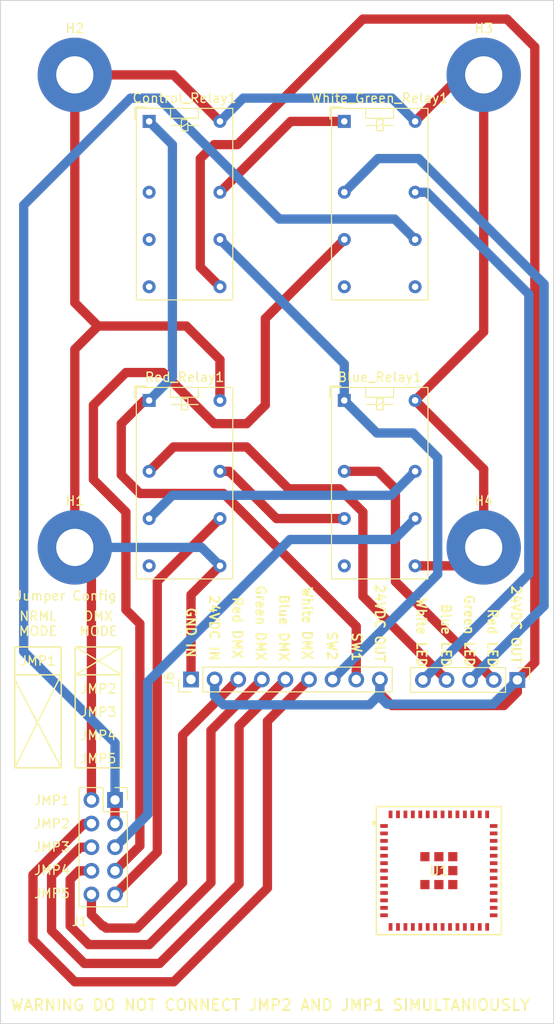
<source format=kicad_pcb>
(kicad_pcb (version 20221018) (generator pcbnew)
  (layers (0 "F.Cu" signal) (31 "B.Cu" signal) (34 "B.Paste" user) (35 "F.Paste" user) (36 "B.SilkS" user "B.Silkscreen") (37 "F.SilkS" user "F.Silkscreen") (38 "B.Mask" user) (39 "F.Mask" user) (44 "Edge.Cuts" user))
  (net 0 "")
  (net 2 "RedLED")
  (net 3 "RedDMX")
  (net 4 "RedSwitch")
  (net 5 "WhiteLED")
  (net 6 "WhiteDMX")
  (net 7 "BlueLED")
  (net 8 "BlueDMX")
  (net 9 "BlueSwitch")
  (net 10 "+24V")
  (net 11 "GreenDMX")
  (net 12 "GreenLED")
  (net 15 "BlueSource")
  (net 16 "Net-(Blue_Relay1-Pad13)")
  (net 20 "Net-(Control_Relay1-Pad13)")
  (net 22 "RedSource")
  (net 23 "GreenSource")
  (net 26 "WhiteSource")
  (net 62 "Net-(U1-GND-Pad38)")
  (footprint "MountingHole:MountingHole_4mm_Pad" (layer "F.Cu") (at 98 48)
    (fp_text reference "H2" (at 0 -5) (layer "F.SilkS"))
    (fp_text value "MountingHole_Pad")
    (pad "1" thru_hole circle (at 0 0) (size 8 8) (drill 4) (layers "*.Cu" "*.Mask") (net 7 "BlueLED"))
  )
  (footprint "Relay_THT:Relay_DPDT_Omron_G5V-2" (layer "F.Cu") (at 127 53)
    (fp_text reference "White_Green_Relay1" (at 3.81 -2.5) (layer "F.SilkS"))
    (fp_text value "G5V-2")
    (fp_line (start -1.54 -1.55) (end -0.33 -1.55) (stroke (width 0.12)) (layer "F.SilkS"))
    (fp_line (start -1.54 -0.25) (end -1.54 -1.55) (stroke (width 0.12)) (layer "F.SilkS"))
    (fp_line (start -1.38 -1.4) (end -1.38 19.19) (stroke (width 0.12)) (layer "F.SilkS"))
    (fp_line (start -1.38 19.19) (end 9 19.19) (stroke (width 0.12)) (layer "F.SilkS"))
    (fp_line (start 2.3 -1.4) (end 2.3 -0.36) (stroke (width 0.12)) (layer "F.SilkS"))
    (fp_line (start 2.3 -0.34) (end 5.3 -0.34) (stroke (width 0.12)) (layer "F.SilkS"))
    (fp_line (start 3.47 -0.19) (end 3.47 1.01) (stroke (width 0.12)) (layer "F.SilkS"))
    (fp_line (start 3.47 0.44) (end 2.37 0.44) (stroke (width 0.12)) (layer "F.SilkS"))
    (fp_line (start 3.47 0.61) (end 4.17 0.21) (stroke (width 0.12)) (layer "F.SilkS"))
    (fp_line (start 3.47 1.01) (end 4.17 1.01) (stroke (width 0.12)) (layer "F.SilkS"))
    (fp_line (start 4.17 -0.19) (end 3.47 -0.19) (stroke (width 0.12)) (layer "F.SilkS"))
    (fp_line (start 4.17 0.44) (end 5.27 0.44) (stroke (width 0.12)) (layer "F.SilkS"))
    (fp_line (start 4.17 1.01) (end 4.17 -0.19) (stroke (width 0.12)) (layer "F.SilkS"))
    (fp_line (start 5.3 -0.34) (end 5.3 -1.4) (stroke (width 0.12)) (layer "F.SilkS"))
    (fp_line (start 9 -1.4) (end -1.38 -1.4) (stroke (width 0.12)) (layer "F.SilkS"))
    (fp_line (start 9 19.19) (end 9 -1.4) (stroke (width 0.12)) (layer "F.SilkS"))
    (pad "1" thru_hole rect (at 0 0) (size 1.4 1.4) (drill 0.7) (layers "*.Cu" "*.Mask") (net 20 "Net-(Control_Relay1-Pad13)"))
    (pad "4" thru_hole circle (at 0 7.62) (size 1.4 1.4) (drill 0.7) (layers "*.Cu" "*.Mask") (net 12 "GreenLED"))
    (pad "6" thru_hole circle (at 0 12.7) (size 1.4 1.4) (drill 0.7) (layers "*.Cu" "*.Mask") (net 23 "GreenSource"))
    (pad "8" thru_hole circle (at 0 17.78) (size 1.4 1.4) (drill 0.7) (layers "*.Cu" "*.Mask"))
    (pad "9" thru_hole circle (at 7.62 17.78) (size 1.4 1.4) (drill 0.7) (layers "*.Cu" "*.Mask"))
    (pad "11" thru_hole circle (at 7.62 12.7) (size 1.4 1.4) (drill 0.7) (layers "*.Cu" "*.Mask") (net 26 "WhiteSource"))
    (pad "13" thru_hole circle (at 7.62 7.62) (size 1.4 1.4) (drill 0.7) (layers "*.Cu" "*.Mask") (net 5 "WhiteLED"))
    (pad "16" thru_hole circle (at 7.62 0) (size 1.4 1.4) (drill 0.7) (layers "*.Cu" "*.Mask") (net 7 "BlueLED"))
  )
  (footprint "MountingHole:MountingHole_4mm_Pad" (layer "F.Cu") (at 98 98.8)
    (fp_text reference "H1" (at 0 -5) (layer "F.SilkS"))
    (fp_text value "MountingHole_Pad")
    (pad "1" thru_hole circle (at 0 0) (size 8 8) (drill 4) (layers "*.Cu" "*.Mask") (net 7 "BlueLED"))
  )
  (footprint "MountingHole:MountingHole_4mm_Pad" (layer "F.Cu") (at 142 98.8)
    (fp_text reference "H4" (at 0 -5) (layer "F.SilkS"))
    (fp_text value "MountingHole_Pad")
    (pad "1" thru_hole circle (at 0 0) (size 8 8) (drill 4) (layers "*.Cu" "*.Mask") (net 7 "BlueLED"))
  )
  (footprint "Connector_PinSocket_2.54mm:PinSocket_2x05_P2.54mm_Vertical" (layer "F.Cu") (at 102.3277 125.95)
    (fp_text reference "J1" (at -3.79 13.05) (layer "F.SilkS"))
    (fp_text value "Jumpers")
    (fp_line (start -3.87 -1.33) (end -3.87 11.49) (stroke (width 0.12)) (layer "F.SilkS"))
    (fp_line (start -3.87 -1.33) (end -1.27 -1.33) (stroke (width 0.12)) (layer "F.SilkS"))
    (fp_line (start -3.87 11.49) (end 1.33 11.49) (stroke (width 0.12)) (layer "F.SilkS"))
    (fp_line (start -1.27 -1.33) (end -1.27 1.27) (stroke (width 0.12)) (layer "F.SilkS"))
    (fp_line (start -1.27 1.27) (end 1.33 1.27) (stroke (width 0.12)) (layer "F.SilkS"))
    (fp_line (start 0 -1.33) (end 1.33 -1.33) (stroke (width 0.12)) (layer "F.SilkS"))
    (fp_line (start 1.33 -1.33) (end 1.33 0) (stroke (width 0.12)) (layer "F.SilkS"))
    (fp_line (start 1.33 1.27) (end 1.33 11.49) (stroke (width 0.12)) (layer "F.SilkS"))
    (pad "1a" thru_hole oval (at -2.54 0) (size 1.7 1.7) (drill 1) (layers "*.Cu" "*.Mask") (net 7 "BlueLED"))
    (pad "1b" thru_hole rect (at 0 0) (size 1.7 1.7) (drill 1) (layers "*.Cu" "*.Mask") (net 26 "WhiteSource"))
    (pad "2a" thru_hole oval (at -2.54 2.54) (size 1.7 1.7) (drill 1) (layers "*.Cu" "*.Mask") (net 6 "WhiteDMX"))
    (pad "2b" thru_hole oval (at 0 2.54) (size 1.7 1.7) (drill 1) (layers "*.Cu" "*.Mask") (net 26 "WhiteSource"))
    (pad "3a" thru_hole oval (at -2.54 5.08) (size 1.7 1.7) (drill 1) (layers "*.Cu" "*.Mask") (net 8 "BlueDMX"))
    (pad "3b" thru_hole oval (at 0 5.08) (size 1.7 1.7) (drill 1) (layers "*.Cu" "*.Mask") (net 15 "BlueSource"))
    (pad "4a" thru_hole oval (at -2.54 7.62) (size 1.7 1.7) (drill 1) (layers "*.Cu" "*.Mask") (net 11 "GreenDMX"))
    (pad "4b" thru_hole oval (at 0 7.62) (size 1.7 1.7) (drill 1) (layers "*.Cu" "*.Mask") (net 23 "GreenSource"))
    (pad "5a" thru_hole oval (at -2.54 10.16) (size 1.7 1.7) (drill 1) (layers "*.Cu" "*.Mask") (net 3 "RedDMX"))
    (pad "5b" thru_hole oval (at 0 10.16) (size 1.7 1.7) (drill 1) (layers "*.Cu" "*.Mask") (net 22 "RedSource"))
  )
  (footprint "Connector_PinHeader_2.54mm:PinHeader_1x05_P2.54mm_Vertical" (layer "F.Cu") (at 145.62 113.05 -90)
    (fp_text reference "J7" hide)
    (fp_text value "LEDOUTPUTS")
    (fp_line (start -1.33 -1.33) (end 0 -1.33) (stroke (width 0.12)) (layer "F.SilkS"))
    (fp_line (start -1.33 0) (end -1.33 -1.33) (stroke (width 0.12)) (layer "F.SilkS"))
    (fp_line (start -1.33 1.27) (end -1.33 11.49) (stroke (width 0.12)) (layer "F.SilkS"))
    (fp_line (start -1.33 1.27) (end 1.33 1.27) (stroke (width 0.12)) (layer "F.SilkS"))
    (fp_line (start -1.33 11.49) (end 1.33 11.49) (stroke (width 0.12)) (layer "F.SilkS"))
    (fp_line (start 1.33 1.27) (end 1.33 11.49) (stroke (width 0.12)) (layer "F.SilkS"))
    (pad "1" thru_hole rect (at 0 0 270) (size 1.7 1.7) (drill 1) (layers "*.Cu" "*.Mask") (net 10 "+24V"))
    (pad "2" thru_hole oval (at 0 2.54 270) (size 1.7 1.7) (drill 1) (layers "*.Cu" "*.Mask") (net 2 "RedLED"))
    (pad "3" thru_hole oval (at 0 5.08 270) (size 1.7 1.7) (drill 1) (layers "*.Cu" "*.Mask") (net 12 "GreenLED"))
    (pad "4" thru_hole oval (at 0 7.62 270) (size 1.7 1.7) (drill 1) (layers "*.Cu" "*.Mask") (net 7 "BlueLED"))
    (pad "5" thru_hole oval (at 0 10.16 270) (size 1.7 1.7) (drill 1) (layers "*.Cu" "*.Mask") (net 5 "WhiteLED"))
  )
  (footprint "footprints:ESP32-MINI-1U_EXP" (layer "F.Cu") (at 137.174998 133.550001)
    (fp_text reference "U1" (at 0 0 unlocked) (layer "F.SilkS"))
    (fp_text value "ESP32-MINI-1U-H4")
    (fp_text user "*" (at -6.9414 -4.8 unlocked) (layer "F.SilkS"))
    (fp_text user "*" (at -6.9414 -4.8) (layer "F.SilkS"))
    (fp_line (start -6.731 -6.8834) (end -6.731 6.8834) (stroke (width 0.1524)) (layer "F.SilkS"))
    (fp_line (start -6.731 6.8834) (end 6.731 6.8834) (stroke (width 0.1524)) (layer "F.SilkS"))
    (fp_line (start 6.731 -6.8834) (end -6.731 -6.8834) (stroke (width 0.1524)) (layer "F.SilkS"))
    (fp_line (start 6.731 6.8834) (end 6.731 -6.8834) (stroke (width 0.1524)) (layer "F.SilkS"))
    (pad "1" smd rect (at -5.899998 -4.800001) (size 0.8128 0.4064) (layers "F.Cu" "F.Paste" "F.Mask"))
    (pad "2" smd rect (at -5.899998 -4) (size 0.8128 0.4064) (layers "F.Cu" "F.Paste" "F.Mask"))
    (pad "3" smd rect (at -5.899998 -3.199999) (size 0.8128 0.4064) (layers "F.Cu" "F.Paste" "F.Mask"))
    (pad "4" smd rect (at -5.899998 -2.4) (size 0.8128 0.4064) (layers "F.Cu" "F.Paste" "F.Mask"))
    (pad "5" smd rect (at -5.899998 -1.599999) (size 0.8128 0.4064) (layers "F.Cu" "F.Paste" "F.Mask"))
    (pad "6" smd rect (at -5.899998 -0.800001) (size 0.8128 0.4064) (layers "F.Cu" "F.Paste" "F.Mask"))
    (pad "7" smd rect (at -5.899998 0) (size 0.8128 0.4064) (layers "F.Cu" "F.Paste" "F.Mask"))
    (pad "8" smd rect (at -5.899998 0.800001) (size 0.8128 0.4064) (layers "F.Cu" "F.Paste" "F.Mask"))
    (pad "9" smd rect (at -5.899998 1.599999) (size 0.8128 0.4064) (layers "F.Cu" "F.Paste" "F.Mask"))
    (pad "10" smd rect (at -5.899998 2.4) (size 0.8128 0.4064) (layers "F.Cu" "F.Paste" "F.Mask"))
    (pad "11" smd rect (at -5.899998 3.199999) (size 0.8128 0.4064) (layers "F.Cu" "F.Paste" "F.Mask"))
    (pad "12" smd rect (at -5.899998 4) (size 0.8128 0.4064) (layers "F.Cu" "F.Paste" "F.Mask"))
    (pad "13" smd rect (at -5.899998 4.800001) (size 0.8128 0.4064) (layers "F.Cu" "F.Paste" "F.Mask"))
    (pad "14" smd rect (at -5.2 6.050001 90) (size 0.8128 0.4064) (layers "F.Cu" "F.Paste" "F.Mask"))
    (pad "15" smd rect (at -4.399999 6.050001 90) (size 0.8128 0.4064) (layers "F.Cu" "F.Paste" "F.Mask"))
    (pad "16" smd rect (at -3.6 6.050001 90) (size 0.8128 0.4064) (layers "F.Cu" "F.Paste" "F.Mask"))
    (pad "17" smd rect (at -2.799999 6.050001 90) (size 0.8128 0.4064) (layers "F.Cu" "F.Paste" "F.Mask"))
    (pad "18" smd rect (at -2.000001 6.050001 90) (size 0.8128 0.4064) (layers "F.Cu" "F.Paste" "F.Mask"))
    (pad "19" smd rect (at -1.2 6.050001 90) (size 0.8128 0.4064) (layers "F.Cu" "F.Paste" "F.Mask"))
    (pad "20" smd rect (at -0.399999 6.050001 90) (size 0.8128 0.4064) (layers "F.Cu" "F.Paste" "F.Mask"))
    (pad "21" smd rect (at 0.399999 6.050001 90) (size 0.8128 0.4064) (layers "F.Cu" "F.Paste" "F.Mask"))
    (pad "22" smd rect (at 1.2 6.050001 90) (size 0.8128 0.4064) (layers "F.Cu" "F.Paste" "F.Mask"))
    (pad "23" smd rect (at 1.999999 6.050001 90) (size 0.8128 0.4064) (layers "F.Cu" "F.Paste" "F.Mask"))
    (pad "24" smd rect (at 2.799999 6.050001 90) (size 0.8128 0.4064) (layers "F.Cu" "F.Paste" "F.Mask"))
    (pad "25" smd rect (at 3.6 6.050001 90) (size 0.8128 0.4064) (layers "F.Cu" "F.Paste" "F.Mask"))
    (pad "26" smd rect (at 4.399999 6.050001 90) (size 0.8128 0.4064) (layers "F.Cu" "F.Paste" "F.Mask"))
    (pad "27" smd rect (at 5.2 6.050001 90) (size 0.8128 0.4064) (layers "F.Cu" "F.Paste" "F.Mask"))
    (pad "28" smd rect (at 5.899998 4.800001) (size 0.8128 0.4064) (layers "F.Cu" "F.Paste" "F.Mask"))
    (pad "29" smd rect (at 5.899998 4) (size 0.8128 0.4064) (layers "F.Cu" "F.Paste" "F.Mask"))
    (pad "30" smd rect (at 5.899998 3.199999) (size 0.8128 0.4064) (layers "F.Cu" "F.Paste" "F.Mask"))
    (pad "31" smd rect (at 5.899998 2.4) (size 0.8128 0.4064) (layers "F.Cu" "F.Paste" "F.Mask"))
    (pad "32" smd rect (at 5.899998 1.599999) (size 0.8128 0.4064) (layers "F.Cu" "F.Paste" "F.Mask"))
    (pad "33" smd rect (at 5.899998 0.800001) (size 0.8128 0.4064) (layers "F.Cu" "F.Paste" "F.Mask"))
    (pad "34" smd rect (at 5.899998 0) (size 0.8128 0.4064) (layers "F.Cu" "F.Paste" "F.Mask"))
    (pad "35" smd rect (at 5.899998 -0.800001) (size 0.8128 0.4064) (layers "F.Cu" "F.Paste" "F.Mask"))
    (pad "36" smd rect (at 5.899998 -1.599999) (size 0.8128 0.4064) (layers "F.Cu" "F.Paste" "F.Mask"))
    (pad "37" smd rect (at 5.899998 -2.4) (size 0.8128 0.4064) (layers "F.Cu" "F.Paste" "F.Mask"))
    (pad "38" smd rect (at 5.899998 -3.199999) (size 0.8128 0.4064) (layers "F.Cu" "F.Paste" "F.Mask") (net 62 "Net-(U1-GND-Pad38)"))
    (pad "39" smd rect (at 5.899998 -4) (size 0.8128 0.4064) (layers "F.Cu" "F.Paste" "F.Mask") (net 62 "Net-(U1-GND-Pad38)"))
    (pad "40" smd rect (at 5.899998 -4.799998) (size 0.8128 0.4064) (layers "F.Cu" "F.Paste" "F.Mask") (net 62 "Net-(U1-GND-Pad38)"))
    (pad "41" smd rect (at 5.2 -6.050001 90) (size 0.8128 0.4064) (layers "F.Cu" "F.Paste" "F.Mask") (net 62 "Net-(U1-GND-Pad38)"))
    (pad "42" smd rect (at 4.399999 -6.050001 90) (size 0.8128 0.4064) (layers "F.Cu" "F.Paste" "F.Mask") (net 62 "Net-(U1-GND-Pad38)"))
    (pad "43" smd rect (at 3.6 -6.050001 90) (size 0.8128 0.4064) (layers "F.Cu" "F.Paste" "F.Mask") (net 62 "Net-(U1-GND-Pad38)"))
    (pad "44" smd rect (at 2.799999 -6.050001 90) (size 0.8128 0.4064) (layers "F.Cu" "F.Paste" "F.Mask") (net 62 "Net-(U1-GND-Pad38)"))
    (pad "45" smd rect (at 2.000001 -6.050001 90) (size 0.8128 0.4064) (layers "F.Cu" "F.Paste" "F.Mask") (net 62 "Net-(U1-GND-Pad38)"))
    (pad "46" smd rect (at 1.2 -6.050001 90) (size 0.8128 0.4064) (layers "F.Cu" "F.Paste" "F.Mask") (net 62 "Net-(U1-GND-Pad38)"))
    (pad "47" smd rect (at 0.399999 -6.050001 90) (size 0.8128 0.4064) (layers "F.Cu" "F.Paste" "F.Mask") (net 62 "Net-(U1-GND-Pad38)"))
    (pad "48" smd rect (at -0.399999 -6.050001 90) (size 0.8128 0.4064) (layers "F.Cu" "F.Paste" "F.Mask") (net 62 "Net-(U1-GND-Pad38)"))
    (pad "49" smd rect (at -1.2 -6.050001 90) (size 0.8128 0.4064) (layers "F.Cu" "F.Paste" "F.Mask") (net 62 "Net-(U1-GND-Pad38)"))
    (pad "50" smd rect (at -1.999999 -6.050001 90) (size 0.8128 0.4064) (layers "F.Cu" "F.Paste" "F.Mask") (net 62 "Net-(U1-GND-Pad38)"))
    (pad "51" smd rect (at -2.799999 -6.050001 90) (size 0.8128 0.4064) (layers "F.Cu" "F.Paste" "F.Mask") (net 62 "Net-(U1-GND-Pad38)"))
    (pad "52" smd rect (at -3.6 -6.050001 90) (size 0.8128 0.4064) (layers "F.Cu" "F.Paste" "F.Mask") (net 62 "Net-(U1-GND-Pad38)"))
    (pad "53" smd rect (at -4.399999 -6.050001 90) (size 0.8128 0.4064) (layers "F.Cu" "F.Paste" "F.Mask") (net 62 "Net-(U1-GND-Pad38)"))
    (pad "54" smd rect (at -5.2 -6.050001 90) (size 0.8128 0.4064) (layers "F.Cu" "F.Paste" "F.Mask") (net 62 "Net-(U1-GND-Pad38)"))
    (pad "55" smd rect (at -1.5 -1.5) (size 0.9906 0.9906) (layers "F.Cu" "F.Paste" "F.Mask") (net 62 "Net-(U1-GND-Pad38)"))
    (pad "56" smd rect (at 0 -1.5) (size 0.9906 0.9906) (layers "F.Cu" "F.Paste" "F.Mask") (net 62 "Net-(U1-GND-Pad38)"))
    (pad "57" smd rect (at 1.5 -1.5) (size 0.9906 0.9906) (layers "F.Cu" "F.Paste" "F.Mask") (net 62 "Net-(U1-GND-Pad38)"))
    (pad "58" smd rect (at 0 0) (size 0.9906 0.9906) (layers "F.Cu" "F.Paste" "F.Mask") (net 62 "Net-(U1-GND-Pad38)"))
    (pad "59" smd rect (at 1.5 0) (size 0.9906 0.9906) (layers "F.Cu" "F.Paste" "F.Mask") (net 62 "Net-(U1-GND-Pad38)"))
    (pad "60" smd rect (at -1.5 1.5) (size 0.9906 0.9906) (layers "F.Cu" "F.Paste" "F.Mask") (net 62 "Net-(U1-GND-Pad38)"))
    (pad "61" smd rect (at 0 1.5) (size 0.9906 0.9906) (layers "F.Cu" "F.Paste" "F.Mask") (net 62 "Net-(U1-GND-Pad38)"))
    (pad "62" smd rect (at 1.5 1.5) (size 0.9906 0.9906) (layers "F.Cu" "F.Paste" "F.Mask") (net 62 "Net-(U1-GND-Pad38)"))
  )
  (footprint "Relay_THT:Relay_DPDT_Omron_G5V-2" (layer "F.Cu") (at 106 83)
    (fp_text reference "Red_Relay1" (at 3.81 -2.5) (layer "F.SilkS"))
    (fp_text value "G5V-2")
    (fp_line (start -1.54 -1.55) (end -0.33 -1.55) (stroke (width 0.12)) (layer "F.SilkS"))
    (fp_line (start -1.54 -0.25) (end -1.54 -1.55) (stroke (width 0.12)) (layer "F.SilkS"))
    (fp_line (start -1.38 -1.4) (end -1.38 19.19) (stroke (width 0.12)) (layer "F.SilkS"))
    (fp_line (start -1.38 19.19) (end 9 19.19) (stroke (width 0.12)) (layer "F.SilkS"))
    (fp_line (start 2.3 -1.4) (end 2.3 -0.36) (stroke (width 0.12)) (layer "F.SilkS"))
    (fp_line (start 2.3 -0.34) (end 5.3 -0.34) (stroke (width 0.12)) (layer "F.SilkS"))
    (fp_line (start 3.47 -0.19) (end 3.47 1.01) (stroke (width 0.12)) (layer "F.SilkS"))
    (fp_line (start 3.47 0.44) (end 2.37 0.44) (stroke (width 0.12)) (layer "F.SilkS"))
    (fp_line (start 3.47 0.61) (end 4.17 0.21) (stroke (width 0.12)) (layer "F.SilkS"))
    (fp_line (start 3.47 1.01) (end 4.17 1.01) (stroke (width 0.12)) (layer "F.SilkS"))
    (fp_line (start 4.17 -0.19) (end 3.47 -0.19) (stroke (width 0.12)) (layer "F.SilkS"))
    (fp_line (start 4.17 0.44) (end 5.27 0.44) (stroke (width 0.12)) (layer "F.SilkS"))
    (fp_line (start 4.17 1.01) (end 4.17 -0.19) (stroke (width 0.12)) (layer "F.SilkS"))
    (fp_line (start 5.3 -0.34) (end 5.3 -1.4) (stroke (width 0.12)) (layer "F.SilkS"))
    (fp_line (start 9 -1.4) (end -1.38 -1.4) (stroke (width 0.12)) (layer "F.SilkS"))
    (fp_line (start 9 19.19) (end 9 -1.4) (stroke (width 0.12)) (layer "F.SilkS"))
    (pad "1" thru_hole rect (at 0 0) (size 1.4 1.4) (drill 0.7) (layers "*.Cu" "*.Mask") (net 4 "RedSwitch"))
    (pad "4" thru_hole circle (at 0 7.62) (size 1.4 1.4) (drill 0.7) (layers "*.Cu" "*.Mask") (net 7 "BlueLED"))
    (pad "6" thru_hole circle (at 0 12.7) (size 1.4 1.4) (drill 0.7) (layers "*.Cu" "*.Mask") (net 16 "Net-(Blue_Relay1-Pad13)"))
    (pad "8" thru_hole circle (at 0 17.78) (size 1.4 1.4) (drill 0.7) (layers "*.Cu" "*.Mask"))
    (pad "9" thru_hole circle (at 7.62 17.78) (size 1.4 1.4) (drill 0.7) (layers "*.Cu" "*.Mask") (net 7 "BlueLED"))
    (pad "11" thru_hole circle (at 7.62 12.7) (size 1.4 1.4) (drill 0.7) (layers "*.Cu" "*.Mask") (net 22 "RedSource"))
    (pad "13" thru_hole circle (at 7.62 7.62) (size 1.4 1.4) (drill 0.7) (layers "*.Cu" "*.Mask") (net 7 "BlueLED"))
    (pad "16" thru_hole circle (at 7.62 0) (size 1.4 1.4) (drill 0.7) (layers "*.Cu" "*.Mask") (net 7 "BlueLED"))
  )
  (footprint "Relay_THT:Relay_DPDT_Omron_G5V-2" (layer "F.Cu") (at 106 53)
    (fp_text reference "Control_Relay1" (at 3.81 -2.5) (layer "F.SilkS"))
    (fp_text value "G5V-2")
    (fp_line (start -1.54 -1.55) (end -0.33 -1.55) (stroke (width 0.12)) (layer "F.SilkS"))
    (fp_line (start -1.54 -0.25) (end -1.54 -1.55) (stroke (width 0.12)) (layer "F.SilkS"))
    (fp_line (start -1.38 -1.4) (end -1.38 19.19) (stroke (width 0.12)) (layer "F.SilkS"))
    (fp_line (start -1.38 19.19) (end 9 19.19) (stroke (width 0.12)) (layer "F.SilkS"))
    (fp_line (start 2.3 -1.4) (end 2.3 -0.36) (stroke (width 0.12)) (layer "F.SilkS"))
    (fp_line (start 2.3 -0.34) (end 5.3 -0.34) (stroke (width 0.12)) (layer "F.SilkS"))
    (fp_line (start 3.47 -0.19) (end 3.47 1.01) (stroke (width 0.12)) (layer "F.SilkS"))
    (fp_line (start 3.47 0.44) (end 2.37 0.44) (stroke (width 0.12)) (layer "F.SilkS"))
    (fp_line (start 3.47 0.61) (end 4.17 0.21) (stroke (width 0.12)) (layer "F.SilkS"))
    (fp_line (start 3.47 1.01) (end 4.17 1.01) (stroke (width 0.12)) (layer "F.SilkS"))
    (fp_line (start 4.17 -0.19) (end 3.47 -0.19) (stroke (width 0.12)) (layer "F.SilkS"))
    (fp_line (start 4.17 0.44) (end 5.27 0.44) (stroke (width 0.12)) (layer "F.SilkS"))
    (fp_line (start 4.17 1.01) (end 4.17 -0.19) (stroke (width 0.12)) (layer "F.SilkS"))
    (fp_line (start 5.3 -0.34) (end 5.3 -1.4) (stroke (width 0.12)) (layer "F.SilkS"))
    (fp_line (start 9 -1.4) (end -1.38 -1.4) (stroke (width 0.12)) (layer "F.SilkS"))
    (fp_line (start 9 19.19) (end 9 -1.4) (stroke (width 0.12)) (layer "F.SilkS"))
    (pad "1" thru_hole rect (at 0 0) (size 1.4 1.4) (drill 0.7) (layers "*.Cu" "*.Mask") (net 4 "RedSwitch"))
    (pad "4" thru_hole circle (at 0 7.62) (size 1.4 1.4) (drill 0.7) (layers "*.Cu" "*.Mask"))
    (pad "6" thru_hole circle (at 0 12.7) (size 1.4 1.4) (drill 0.7) (layers "*.Cu" "*.Mask"))
    (pad "8" thru_hole circle (at 0 17.78) (size 1.4 1.4) (drill 0.7) (layers "*.Cu" "*.Mask"))
    (pad "9" thru_hole circle (at 7.62 17.78) (size 1.4 1.4) (drill 0.7) (layers "*.Cu" "*.Mask") (net 10 "+24V"))
    (pad "11" thru_hole circle (at 7.62 12.7) (size 1.4 1.4) (drill 0.7) (layers "*.Cu" "*.Mask") (net 9 "BlueSwitch"))
    (pad "13" thru_hole circle (at 7.62 7.62) (size 1.4 1.4) (drill 0.7) (layers "*.Cu" "*.Mask") (net 20 "Net-(Control_Relay1-Pad13)"))
    (pad "16" thru_hole circle (at 7.62 0) (size 1.4 1.4) (drill 0.7) (layers "*.Cu" "*.Mask") (net 7 "BlueLED"))
  )
  (footprint "MountingHole:MountingHole_4mm_Pad" (layer "F.Cu") (at 142 48)
    (fp_text reference "H3" (at 0 -5) (layer "F.SilkS"))
    (fp_text value "MountingHole_Pad")
    (pad "1" thru_hole circle (at 0 0) (size 8 8) (drill 4) (layers "*.Cu" "*.Mask") (net 7 "BlueLED"))
  )
  (footprint "Relay_THT:Relay_DPDT_Omron_G5V-2" (layer "F.Cu") (at 127 83)
    (fp_text reference "Blue_Relay1" (at 3.81 -2.5) (layer "F.SilkS"))
    (fp_text value "G5V-2")
    (fp_line (start -1.54 -1.55) (end -0.33 -1.55) (stroke (width 0.12)) (layer "F.SilkS"))
    (fp_line (start -1.54 -0.25) (end -1.54 -1.55) (stroke (width 0.12)) (layer "F.SilkS"))
    (fp_line (start -1.38 -1.4) (end -1.38 19.19) (stroke (width 0.12)) (layer "F.SilkS"))
    (fp_line (start -1.38 19.19) (end 9 19.19) (stroke (width 0.12)) (layer "F.SilkS"))
    (fp_line (start 2.3 -1.4) (end 2.3 -0.36) (stroke (width 0.12)) (layer "F.SilkS"))
    (fp_line (start 2.3 -0.34) (end 5.3 -0.34) (stroke (width 0.12)) (layer "F.SilkS"))
    (fp_line (start 3.47 -0.19) (end 3.47 1.01) (stroke (width 0.12)) (layer "F.SilkS"))
    (fp_line (start 3.47 0.44) (end 2.37 0.44) (stroke (width 0.12)) (layer "F.SilkS"))
    (fp_line (start 3.47 0.61) (end 4.17 0.21) (stroke (width 0.12)) (layer "F.SilkS"))
    (fp_line (start 3.47 1.01) (end 4.17 1.01) (stroke (width 0.12)) (layer "F.SilkS"))
    (fp_line (start 4.17 -0.19) (end 3.47 -0.19) (stroke (width 0.12)) (layer "F.SilkS"))
    (fp_line (start 4.17 0.44) (end 5.27 0.44) (stroke (width 0.12)) (layer "F.SilkS"))
    (fp_line (start 4.17 1.01) (end 4.17 -0.19) (stroke (width 0.12)) (layer "F.SilkS"))
    (fp_line (start 5.3 -0.34) (end 5.3 -1.4) (stroke (width 0.12)) (layer "F.SilkS"))
    (fp_line (start 9 -1.4) (end -1.38 -1.4) (stroke (width 0.12)) (layer "F.SilkS"))
    (fp_line (start 9 19.19) (end 9 -1.4) (stroke (width 0.12)) (layer "F.SilkS"))
    (pad "1" thru_hole rect (at 0 0) (size 1.4 1.4) (drill 0.7) (layers "*.Cu" "*.Mask") (net 9 "BlueSwitch"))
    (pad "4" thru_hole circle (at 0 7.62) (size 1.4 1.4) (drill 0.7) (layers "*.Cu" "*.Mask") (net 2 "RedLED"))
    (pad "6" thru_hole circle (at 0 12.7) (size 1.4 1.4) (drill 0.7) (layers "*.Cu" "*.Mask") (net 7 "BlueLED"))
    (pad "8" thru_hole circle (at 0 17.78) (size 1.4 1.4) (drill 0.7) (layers "*.Cu" "*.Mask"))
    (pad "9" thru_hole circle (at 7.62 17.78) (size 1.4 1.4) (drill 0.7) (layers "*.Cu" "*.Mask") (net 7 "BlueLED"))
    (pad "11" thru_hole circle (at 7.62 12.7) (size 1.4 1.4) (drill 0.7) (layers "*.Cu" "*.Mask") (net 15 "BlueSource"))
    (pad "13" thru_hole circle (at 7.62 7.62) (size 1.4 1.4) (drill 0.7) (layers "*.Cu" "*.Mask") (net 16 "Net-(Blue_Relay1-Pad13)"))
    (pad "16" thru_hole circle (at 7.62 0) (size 1.4 1.4) (drill 0.7) (layers "*.Cu" "*.Mask") (net 7 "BlueLED"))
  )
  (footprint "Connector_PinHeader_2.54mm:PinHeader_1x09_P2.54mm_Vertical" (layer "F.Cu") (at 110.505 113 90)
    (fp_text reference "J6" (at 0 -2.33 90) (layer "F.SilkS"))
    (fp_text value "DMXINPUTS")
    (fp_line (start -1.33 -1.33) (end 0 -1.33) (stroke (width 0.12)) (layer "F.SilkS"))
    (fp_line (start -1.33 0) (end -1.33 -1.33) (stroke (width 0.12)) (layer "F.SilkS"))
    (fp_line (start -1.33 1.27) (end -1.33 21.65) (stroke (width 0.12)) (layer "F.SilkS"))
    (fp_line (start -1.33 1.27) (end 1.33 1.27) (stroke (width 0.12)) (layer "F.SilkS"))
    (fp_line (start -1.33 21.65) (end 1.33 21.65) (stroke (width 0.12)) (layer "F.SilkS"))
    (fp_line (start 1.33 1.27) (end 1.33 21.65) (stroke (width 0.12)) (layer "F.SilkS"))
    (pad "1" thru_hole rect (at 0 0 90) (size 1.7 1.7) (drill 1) (layers "*.Cu" "*.Mask") (net 7 "BlueLED"))
    (pad "2" thru_hole oval (at 0 2.54 90) (size 1.7 1.7) (drill 1) (layers "*.Cu" "*.Mask") (net 10 "+24V"))
    (pad "3" thru_hole oval (at 0 5.08 90) (size 1.7 1.7) (drill 1) (layers "*.Cu" "*.Mask") (net 3 "RedDMX"))
    (pad "4" thru_hole oval (at 0 7.62 90) (size 1.7 1.7) (drill 1) (layers "*.Cu" "*.Mask") (net 11 "GreenDMX"))
    (pad "5" thru_hole oval (at 0 10.16 90) (size 1.7 1.7) (drill 1) (layers "*.Cu" "*.Mask") (net 8 "BlueDMX"))
    (pad "6" thru_hole oval (at 0 12.7 90) (size 1.7 1.7) (drill 1) (layers "*.Cu" "*.Mask") (net 6 "WhiteDMX"))
    (pad "7" thru_hole oval (at 0 15.24 90) (size 1.7 1.7) (drill 1) (layers "*.Cu" "*.Mask") (net 9 "BlueSwitch"))
    (pad "8" thru_hole oval (at 0 17.78 90) (size 1.7 1.7) (drill 1) (layers "*.Cu" "*.Mask") (net 4 "RedSwitch"))
    (pad "9" thru_hole oval (at 0 20.32 90) (size 1.7 1.7) (drill 1) (layers "*.Cu" "*.Mask") (net 10 "+24V"))
  )
  (gr_rect (start 91.5377 109.5) (end 96.5377 122.5) (stroke (width 0.15)) (fill none) (layer "F.SilkS"))
  (gr_line (start 91.5377 113) (end 96.5377 122.5) (stroke (width 0.15)) (layer "F.SilkS"))
  (gr_line (start 103.0377 112.5) (end 98.0377 109.5) (stroke (width 0.15)) (layer "F.SilkS"))
  (gr_line (start 96.5377 112.5) (end 91.5377 122.5) (stroke (width 0.15)) (layer "F.SilkS"))
  (gr_line (start 98.0377 112.5) (end 103.0377 109.5) (stroke (width 0.15)) (layer "F.SilkS"))
  (gr_line (start 91.5377 112.5) (end 96.5377 112.5) (stroke (width 0.15)) (layer "F.SilkS"))
  (gr_line (start 98.0377 112.5) (end 103.0377 112.5) (stroke (width 0.15)) (layer "F.SilkS"))
  (gr_rect (start 98.0377 109.5) (end 103.0377 122.5) (stroke (width 0.15)) (fill none) (layer "F.SilkS"))
  (gr_rect (start 90 40) (end 149.525 150) (stroke (width 0.1)) (fill none) (layer "Edge.Cuts"))
  (gr_text "JMP5" (at 95.5377 136) (layer "F.SilkS") (effects (font (size 1 1))))
  (gr_text "Green DMX\n" (at 118 106.95 270) (layer "F.SilkS") (effects (font (size 1 1) (thickness 0.2))))
  (gr_text "SW2" (at 125.675 109.375 270) (layer "F.SilkS") (effects (font (size 1 1) (thickness 0.2))))
  (gr_text "NRML\nMODE" (at 94.0377 107) (layer "F.SilkS") (effects (font (size 1 1))))
  (gr_text "JMP3" (at 100.5377 116.5) (layer "F.SilkS") (effects (font (size 1 1))))
  (gr_text "Red DMX" (at 115.5 107.45 270) (layer "F.SilkS") (effects (font (size 1 1) (thickness 0.2))))
  (gr_text "Blue LED" (at 137.95 108.275 270) (layer "F.SilkS") (effects (font (size 1 1) (thickness 0.2))))
  (gr_text "24VDC OUT" (at 130.825 106.95 270) (layer "F.SilkS") (effects (font (size 1 1) (thickness 0.2))))
  (gr_text "DMX\nMODE" (at 100.5377 107) (layer "F.SilkS") (effects (font (size 1 1))))
  (gr_text "Green LED" (at 140.45 107.775 270) (layer "F.SilkS") (effects (font (size 1 1) (thickness 0.2))))
  (gr_text "SW1\n\n" (at 127.525 109.5 270) (layer "F.SilkS") (effects (font (size 1 1) (thickness 0.2))))
  (gr_text "White LED\n" (at 135.3 107.95 270) (layer "F.SilkS") (effects (font (size 1 1) (thickness 0.2))))
  (gr_text "WARNING DO NOT CONNECT JMP2 AND JMP1 SIMULTANIOUSLY" (at 119.0377 148) (layer "F.SilkS") (effects (font (size 1.2 1.2) (thickness 0.2))))
  (gr_text "Blue DMX\n" (at 120.5 107.45 270) (layer "F.SilkS") (effects (font (size 1 1) (thickness 0.2))))
  (gr_text "White DMX\n" (at 123 106.95 270) (layer "F.SilkS") (effects (font (size 1 1) (thickness 0.2))))
  (gr_text "JMP4" (at 95.5377 133.5) (layer "F.SilkS") (effects (font (size 1 1))))
  (gr_text "GND IN" (at 110.5 107.95 270) (layer "F.SilkS") (effects (font (size 1 1) (thickness 0.2))))
  (gr_text "24VDC OUT" (at 145.5 107.1 270) (layer "F.SilkS") (effects (font (size 1 1) (thickness 0.2))))
  (gr_text "Jumper Config\n" (at 97.0377 104) (layer "F.SilkS") (effects (font (size 1 1))))
  (gr_text "Red LED\n" (at 142.95 108.525 270) (layer "F.SilkS") (effects (font (size 1 1) (thickness 0.2))))
  (gr_text "JMP5" (at 100.5377 121.5) (layer "F.SilkS") (effects (font (size 1 1))))
  (gr_text "JMP2" (at 100.5377 114) (layer "F.SilkS") (effects (font (size 1 1))))
  (gr_text "24VDC IN\n" (at 113 107.45 270) (layer "F.SilkS") (effects (font (size 1 1) (thickness 0.2))))
  (gr_text "JMP2" (at 95.5377 128.5) (layer "F.SilkS") (effects (font (size 1 1))))
  (gr_text "JMP4" (at 100.5377 119) (layer "F.SilkS") (effects (font (size 1 1))))
  (gr_text "JMP3" (at 95.5377 131) (layer "F.SilkS") (effects (font (size 1 1))))
  (gr_text "JMP1" (at 94.0377 111) (layer "F.SilkS") (effects (font (size 1 1))))
  (gr_text "JMP1" (at 95.5377 126) (layer "F.SilkS") (effects (font (size 1 1))))
  (segment (start 132.5 92.5) (end 132.5 102.47) (width 1) (layer "F.Cu") (net 2))
  (segment (start 130.62 90.62) (end 132.5 92.5) (width 1) (layer "F.Cu") (net 2))
  (segment (start 127 90.62) (end 130.62 90.62) (width 1) (layer "F.Cu") (net 2))
  (segment (start 132.5 102.47) (end 143.08 113.05) (width 1) (layer "F.Cu") (net 2))
  (segment (start 99.7877 138.2877) (end 101 139.5) (width 1) (layer "F.Cu") (net 3))
  (segment (start 109.6 118.985) (end 115.585 113) (width 1) (layer "F.Cu") (net 3))
  (segment (start 99.7877 136.11) (end 99.7877 138.2877) (width 1) (layer "F.Cu") (net 3))
  (segment (start 101.354732 139.725) (end 104.7 139.725) (width 1) (layer "F.Cu") (net 3))
  (segment (start 101.129732 139.5) (end 101.354732 139.725) (width 1) (layer "F.Cu") (net 3))
  (segment (start 104.7 139.725) (end 109.6 134.825) (width 1) (layer "F.Cu") (net 3))
  (segment (start 109.6 134.825) (end 109.6 118.985) (width 1) (layer "F.Cu") (net 3))
  (segment (start 101 139.5) (end 101.129732 139.5) (width 1) (layer "F.Cu") (net 3))
  (segment (start 103 91) (end 103 85.5) (width 1) (layer "F.Cu") (net 4))
  (segment (start 128.285 107.285) (end 114 93) (width 1) (layer "F.Cu") (net 4))
  (segment (start 128.285 113) (end 128.285 107.285) (width 1) (layer "F.Cu") (net 4))
  (segment (start 114 93) (end 105 93) (width 1) (layer "F.Cu") (net 4))
  (segment (start 103 85.5) (end 105.5 83) (width 1) (layer "F.Cu") (net 4))
  (segment (start 105 93) (end 103 91) (width 1) (layer "F.Cu") (net 4))
  (segment (start 105.5 83) (end 106 83) (width 1) (layer "F.Cu") (net 4))
  (segment (start 108.5 80.5) (end 106 83) (width 1) (layer "B.Cu") (net 4))
  (segment (start 106 53) (end 108.5 55.5) (width 1) (layer "B.Cu") (net 4))
  (segment (start 108.5 55.5) (end 108.5 80.5) (width 1) (layer "B.Cu") (net 4))
  (segment (start 134.62 60.62) (end 135.895 60.62) (width 1) (layer "B.Cu") (net 5))
  (segment (start 146.85 101.66) (end 135.46 113.05) (width 1) (layer "B.Cu") (net 5))
  (segment (start 135.895 60.62) (end 146.85 71.575) (width 1) (layer "B.Cu") (net 5))
  (segment (start 146.85 71.575) (end 146.85 101.66) (width 1) (layer "B.Cu") (net 5))
  (segment (start 93.5 134) (end 93.5 141) (width 1) (layer "F.Cu") (net 6))
  (segment (start 118.725 135.425) (end 118.725 117.48) (width 1) (layer "F.Cu") (net 6))
  (segment (start 108.65 145.5) (end 118.725 135.425) (width 1) (layer "F.Cu") (net 6))
  (segment (start 99.7877 128.49) (end 99.01 128.49) (width 1) (layer "F.Cu") (net 6))
  (segment (start 93.5 141) (end 98 145.5) (width 1) (layer "F.Cu") (net 6))
  (segment (start 99.01 128.49) (end 93.5 134) (width 1) (layer "F.Cu") (net 6))
  (segment (start 118.725 117.48) (end 123.205 113) (width 1) (layer "F.Cu") (net 6))
  (segment (start 98 145.5) (end 108.65 145.5) (width 1) (layer "F.Cu") (net 6))
  (segment (start 110 75) (end 100.5 75) (width 1) (layer "F.Cu") (net 7))
  (segment (start 129 104.05) (end 129 95) (width 1) (layer "F.Cu") (net 7))
  (segment (start 134.62 53) (end 139.62 48) (width 1) (layer "F.Cu") (net 7))
  (segment (start 138 113.05) (end 129 104.05) (width 1) (layer "F.Cu") (net 7))
  (segment (start 142 75.62) (end 142 48) (width 1) (layer "F.Cu") (net 7))
  (segment (start 98 72.5) (end 98 48) (width 1) (layer "F.Cu") (net 7))
  (segment (start 108.62 48) (end 98 48) (width 1) (layer "F.Cu") (net 7))
  (segment (start 110.505 113) (end 110.505 103.895) (width 1) (layer "F.Cu") (net 7))
  (segment (start 113.62 53) (end 108.62 48) (width 1) (layer "F.Cu") (net 7))
  (segment (start 114.62 90.62) (end 113.62 90.62) (width 1) (layer "F.Cu") (net 7))
  (segment (start 142 90.38) (end 142 98.8) (width 1) (layer "F.Cu") (net 7))
  (segment (start 126.5 92.5) (end 121 92.5) (width 1) (layer "F.Cu") (net 7))
  (segment (start 100.5 75) (end 98 77.5) (width 1) (layer "F.Cu") (net 7))
  (segment (start 134.62 100.78) (end 140.02 100.78) (width 1) (layer "F.Cu") (net 7))
  (segment (start 113.62 83) (end 113.62 78.62) (width 1) (layer "F.Cu") (net 7))
  (segment (start 116.5 88) (end 108.62 88) (width 1) (layer "F.Cu") (net 7))
  (segment (start 119.7 95.7) (end 114.62 90.62) (width 1) (layer "F.Cu") (net 7))
  (segment (start 127 95.7) (end 119.7 95.7) (width 1) (layer "F.Cu") (net 7))
  (segment (start 140.02 100.78) (end 142 98.8) (width 1) (layer "F.Cu") (net 7))
  (segment (start 113.62 78.62) (end 110 75) (width 1) (layer "F.Cu") (net 7))
  (segment (start 108.62 88) (end 106 90.62) (width 1) (layer "F.Cu") (net 7))
  (segment (start 121 92.5) (end 116.5 88) (width 1) (layer "F.Cu") (net 7))
  (segment (start 100.5 75) (end 98 72.5) (width 1) (layer "F.Cu") (net 7))
  (segment (start 99.7877 100.5877) (end 98 98.8) (width 1) (layer "F.Cu") (net 7))
  (segment (start 110.505 103.895) (end 113.62 100.78) (width 1) (layer "F.Cu") (net 7))
  (segment (start 134.62 83) (end 142 90.38) (width 1) (layer "F.Cu") (net 7))
  (segment (start 99.7877 125.95) (end 99.7877 100.5877) (width 1) (layer "F.Cu") (net 7))
  (segment (start 134.62 83) (end 142 75.62) (width 1) (layer "F.Cu") (net 7))
  (segment (start 139.62 48) (end 142 48) (width 1) (layer "F.Cu") (net 7))
  (segment (start 129 95) (end 126.5 92.5) (width 1) (layer "F.Cu") (net 7))
  (segment (start 98 77.5) (end 98 98.8) (width 1) (layer "F.Cu") (net 7))
  (segment (start 113.62 53) (end 116.12 50.5) (width 1) (layer "B.Cu") (net 7))
  (segment (start 113.62 100.78) (end 111.64 98.8) (width 1) (layer "B.Cu") (net 7))
  (segment (start 111.64 98.8) (end 98 98.8) (width 1) (layer "B.Cu") (net 7))
  (segment (start 132.12 50.5) (end 134.62 53) (width 1) (layer "B.Cu") (net 7))
  (segment (start 116.12 50.5) (end 132.12 50.5) (width 1) (layer "B.Cu") (net 7))
  (segment (start 99.5677 131.03) (end 99.5377 131) (width 1) (layer "F.Cu") (net 8))
  (segment (start 99.025 143.525) (end 107.125 143.525) (width 1) (layer "F.Cu") (net 8))
  (segment (start 115.675 117.99) (end 120.665 113) (width 1) (layer "F.Cu") (net 8))
  (segment (start 95.5 140) (end 99.025 143.525) (width 1) (layer "F.Cu") (net 8))
  (segment (start 99.7877 131.03) (end 98.585619 131.03) (width 1) (layer "F.Cu") (net 8))
  (segment (start 95.5 134.115619) (end 95.5 140) (width 1) (layer "F.Cu") (net 8))
  (segment (start 98.585619 131.03) (end 95.5 134.115619) (width 1) (layer "F.Cu") (net 8))
  (segment (start 115.675 134.975) (end 115.675 117.99) (width 1) (layer "F.Cu") (net 8))
  (segment (start 107.125 143.525) (end 115.675 134.975) (width 1) (layer "F.Cu") (net 8))
  (segment (start 134.4 86.5) (end 130.5 86.5) (width 1) (layer "B.Cu") (net 9))
  (segment (start 137.05 101.695) (end 137.05 89.15) (width 1) (layer "B.Cu") (net 9))
  (segment (start 127 79.08) (end 113.62 65.7) (width 1) (layer "B.Cu") (net 9))
  (segment (start 137.05 89.15) (end 134.4 86.5) (width 1) (layer "B.Cu") (net 9))
  (segment (start 130.5 86.5) (end 127 83) (width 1) (layer "B.Cu") (net 9))
  (segment (start 125.745 113) (end 137.05 101.695) (width 1) (layer "B.Cu") (net 9))
  (segment (start 127 83) (end 127 79.08) (width 1) (layer "B.Cu") (net 9))
  (segment (start 111.5 57) (end 113 55.5) (width 1) (layer "F.Cu") (net 10))
  (segment (start 145.62 114.355) (end 144.175 115.8) (width 1) (layer "F.Cu") (net 10))
  (segment (start 147.5 111.17) (end 145.62 113.05) (width 1) (layer "F.Cu") (net 10))
  (segment (start 144.175 115.8) (end 132.125 115.8) (width 1) (layer "F.Cu") (net 10))
  (segment (start 145.62 113.05) (end 145.62 114.355) (width 1) (layer "F.Cu") (net 10))
  (segment (start 111.5 68.66) (end 111.5 57) (width 1) (layer "F.Cu") (net 10))
  (segment (start 113 55.5) (end 115.5 55.5) (width 1) (layer "F.Cu") (net 10))
  (segment (start 115.5 55.5) (end 129 42) (width 1) (layer "F.Cu") (net 10))
  (segment (start 130.825 114.5) (end 130.825 113) (width 1) (layer "F.Cu") (net 10))
  (segment (start 147.5 45) (end 147.5 111.17) (width 1) (layer "F.Cu") (net 10))
  (segment (start 129 42) (end 144.5 42) (width 1) (layer "F.Cu") (net 10))
  (segment (start 144.5 42) (end 147.5 45) (width 1) (layer "F.Cu") (net 10))
  (segment (start 113.62 70.78) (end 111.5 68.66) (width 1) (layer "F.Cu") (net 10))
  (segment (start 132.125 115.8) (end 130.825 114.5) (width 1) (layer "F.Cu") (net 10))
  (segment (start 113.045 114.77) (end 113.045 113) (width 1) (layer "B.Cu") (net 10))
  (segment (start 114 115.725) (end 113.045 114.77) (width 1) (layer "B.Cu") (net 10))
  (segment (start 130.825 114.6) (end 129.7 115.725) (width 1) (layer "B.Cu") (net 10))
  (segment (start 143.02 115.65) (end 145.62 113.05) (width 1) (layer "B.Cu") (net 10))
  (segment (start 131.6 115.65) (end 143.02 115.65) (width 1) (layer "B.Cu") (net 10))
  (segment (start 130.825 114.6) (end 130.825 114.875) (width 1) (layer "B.Cu") (net 10))
  (segment (start 130.825 114.875) (end 131.6 115.65) (width 1) (layer "B.Cu") (net 10))
  (segment (start 130.825 113) (end 130.825 114.6) (width 1) (layer "B.Cu") (net 10))
  (segment (start 129.7 115.725) (end 114 115.725) (width 1) (layer "B.Cu") (net 10))
  (segment (start 97.5 139.5) (end 99.5 141.5) (width 1) (layer "F.Cu") (net 11))
  (segment (start 112.65 118.475) (end 118.125 113) (width 1) (layer "F.Cu") (net 11))
  (segment (start 112.65 134.85) (end 112.65 118.475) (width 1) (layer "F.Cu") (net 11))
  (segment (start 106 141.5) (end 112.65 134.85) (width 1) (layer "F.Cu") (net 11))
  (segment (start 98.43 133.57) (end 97.5 134.5) (width 1) (layer "F.Cu") (net 11))
  (segment (start 99.5 141.5) (end 106 141.5) (width 1) (layer "F.Cu") (net 11))
  (segment (start 99.7877 133.57) (end 98.43 133.57) (width 1) (layer "F.Cu") (net 11))
  (segment (start 97.5 134.5) (end 97.5 139.5) (width 1) (layer "F.Cu") (net 11))
  (segment (start 127 60.62) (end 130.62 57) (width 1) (layer "B.Cu") (net 12))
  (segment (start 130.62 57) (end 135 57) (width 1) (layer "B.Cu") (net 12))
  (segment (start 148.5 105.09) (end 140.54 113.05) (width 1) (layer "B.Cu") (net 12))
  (segment (start 135 57) (end 148.5 70.5) (width 1) (layer "B.Cu") (net 12))
  (segment (start 148.5 70.5) (end 148.5 105.09) (width 1) (layer "B.Cu") (net 12))
  (segment (start 105.85 127.5077) (end 105.85 113.25) (width 1) (layer "B.Cu") (net 15))
  (segment (start 105.85 113.25) (end 121.15 97.95) (width 1) (layer "B.Cu") (net 15))
  (segment (start 121.15 97.95) (end 132.37 97.95) (width 1) (layer "B.Cu") (net 15))
  (segment (start 132.37 97.95) (end 134.62 95.7) (width 1) (layer "B.Cu") (net 15))
  (segment (start 102.3277 131.03) (end 105.85 127.5077) (width 1) (layer "B.Cu") (net 15))
  (segment (start 108.5 93.2) (end 106 95.7) (width 1) (layer "B.Cu") (net 16))
  (segment (start 132.04 93.2) (end 108.5 93.2) (width 1) (layer "B.Cu") (net 16))
  (segment (start 134.62 90.62) (end 132.04 93.2) (width 1) (layer "B.Cu") (net 16))
  (segment (start 127 53) (end 121.24 53) (width 1) (layer "F.Cu") (net 20))
  (segment (start 121.24 53) (end 113.62 60.62) (width 1) (layer "F.Cu") (net 20))
  (segment (start 113.62 95.7) (end 106.875 102.445) (width 1) (layer "F.Cu") (net 22))
  (segment (start 106.875 102.445) (end 106.875 131.5627) (width 1) (layer "F.Cu") (net 22))
  (segment (start 106.875 131.5627) (end 102.3277 136.11) (width 1) (layer "F.Cu") (net 22))
  (segment (start 113 85.5) (end 116.5 85.5) (width 1) (layer "F.Cu") (net 23))
  (segment (start 107.5 80) (end 113 85.5) (width 1) (layer "F.Cu") (net 23))
  (segment (start 102.3277 133.57) (end 105 130.8977) (width 1) (layer "F.Cu") (net 23))
  (segment (start 103.5 105.5) (end 103.5 95) (width 1) (layer "F.Cu") (net 23))
  (segment (start 118.5 74.2) (end 127 65.7) (width 1) (layer "F.Cu") (net 23))
  (segment (start 116.5 85.5) (end 118.5 83.5) (width 1) (layer "F.Cu") (net 23))
  (segment (start 105 107) (end 103.5 105.5) (width 1) (layer "F.Cu") (net 23))
  (segment (start 100 91.5) (end 100 83.5) (width 1) (layer "F.Cu") (net 23))
  (segment (start 118.5 83.5) (end 118.5 74.2) (width 1) (layer "F.Cu") (net 23))
  (segment (start 103.5 80) (end 107.5 80) (width 1) (layer "F.Cu") (net 23))
  (segment (start 105 130.8977) (end 105 107) (width 1) (layer "F.Cu") (net 23))
  (segment (start 103.5 95) (end 100 91.5) (width 1) (layer "F.Cu") (net 23))
  (segment (start 100 83.5) (end 103.5 80) (width 1) (layer "F.Cu") (net 23))
  (segment (start 102.3277 128.49) (end 102.3277 125.95) (width 1) (layer "F.Cu") (net 26))
  (segment (start 102.3277 119.8277) (end 102.3277 125.95) (width 1) (layer "B.Cu") (net 26))
  (segment (start 92.5 110) (end 102.3277 119.8277) (width 1) (layer "B.Cu") (net 26))
  (segment (start 107 50.5) (end 104 50.5) (width 1) (layer "B.Cu") (net 26))
  (segment (start 92.5 62) (end 92.5 110) (width 1) (layer "B.Cu") (net 26))
  (segment (start 120 63.5) (end 107 50.5) (width 1) (layer "B.Cu") (net 26))
  (segment (start 132.42 63.5) (end 134.62 65.7) (width 1) (layer "B.Cu") (net 26))
  (segment (start 104 50.5) (end 92.5 62) (width 1) (layer "B.Cu") (net 26))
  (segment (start 132.42 63.5) (end 120 63.5) (width 1) (layer "B.Cu") (net 26))
)
</source>
